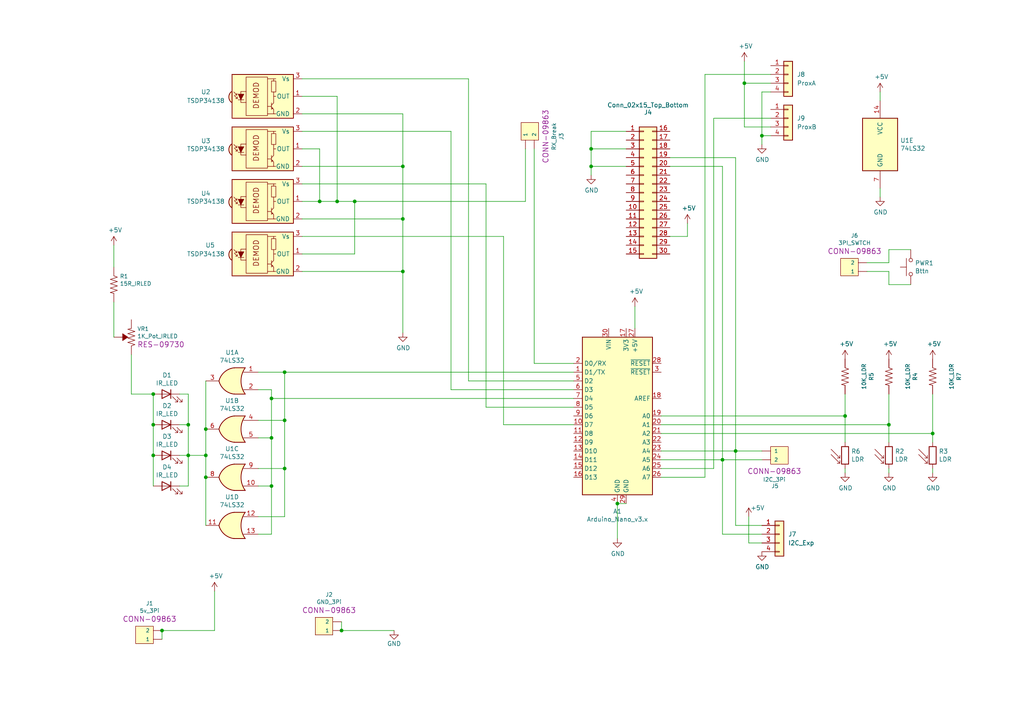
<source format=kicad_sch>
(kicad_sch (version 20231120) (generator "eeschema") (generator_version "8.0")
  (paper "A4")
  (lib_symbols
    (symbol "74xx:74LS32" (pin_names (offset 1.016))
      (property "Reference" "U" (at 0 1.27 0))
      (property "Value" "74LS32" (at 0 -1.27 0))
      (symbol "74LS32_1_1"
        (arc (start -3.81 -3.81) (mid -2.589 0) (end -3.81 3.81) (stroke (width 0.254)))
        (arc (start -0.6096 -3.81) (mid 2.1842 -2.5851) (end 3.81 0) (stroke (width 0.254)) (fill (type background)))
        (polyline (pts (xy -3.81 -3.81) (xy -0.635 -3.81)) (stroke (width 0.254)) (fill (type background)))
        (polyline (pts (xy -3.81 3.81) (xy -0.635 3.81)) (stroke (width 0.254)) (fill (type background)))
        (polyline (pts (xy -0.635 3.81) (xy -3.81 3.81) (xy -3.81 3.81) (xy -3.556 3.4036) (xy -3.0226 2.2606) (xy -2.6924 1.0414) (xy -2.6162 -0.254) (xy -2.7686 -1.4986) (xy -3.175 -2.7178) (xy -3.81 -3.81) (xy -3.81 -3.81) (xy -0.635 -3.81)) (stroke (width -25.4)) (fill (type background)))
        (arc (start 3.81 0) (mid 2.1915 2.5936) (end -0.6096 3.81) (stroke (width 0.254)) (fill (type background)))
        (pin input line (at -7.62 2.54 0) (length 4.318) (name "~") (number "1"))
        (pin input line (at -7.62 -2.54 0) (length 4.318) (name "~") (number "2"))
        (pin output line (at 7.62 0 180) (length 3.81) (name "~") (number "3"))
      )
      (symbol "74LS32_1_2"
        (arc (start 0 -3.81) (mid 3.7934 0) (end 0 3.81) (stroke (width 0.254)) (fill (type background)))
        (polyline (pts (xy 0 3.81) (xy -3.81 3.81) (xy -3.81 -3.81) (xy 0 -3.81)) (stroke (width 0.254)) (fill (type background)))
        (pin input inverted (at -7.62 2.54 0) (length 3.81) (name "~") (number "1"))
        (pin input inverted (at -7.62 -2.54 0) (length 3.81) (name "~") (number "2"))
        (pin output inverted (at 7.62 0 180) (length 3.81) (name "~") (number "3"))
      )
      (symbol "74LS32_2_1"
        (arc (start -3.81 -3.81) (mid -2.589 0) (end -3.81 3.81) (stroke (width 0.254)))
        (arc (start -0.6096 -3.81) (mid 2.1842 -2.5851) (end 3.81 0) (stroke (width 0.254)) (fill (type background)))
        (polyline (pts (xy -3.81 -3.81) (xy -0.635 -3.81)) (stroke (width 0.254)) (fill (type background)))
        (polyline (pts (xy -3.81 3.81) (xy -0.635 3.81)) (stroke (width 0.254)) (fill (type background)))
        (polyline (pts (xy -0.635 3.81) (xy -3.81 3.81) (xy -3.81 3.81) (xy -3.556 3.4036) (xy -3.0226 2.2606) (xy -2.6924 1.0414) (xy -2.6162 -0.254) (xy -2.7686 -1.4986) (xy -3.175 -2.7178) (xy -3.81 -3.81) (xy -3.81 -3.81) (xy -0.635 -3.81)) (stroke (width -25.4)) (fill (type background)))
        (arc (start 3.81 0) (mid 2.1915 2.5936) (end -0.6096 3.81) (stroke (width 0.254)) (fill (type background)))
        (pin input line (at -7.62 2.54 0) (length 4.318) (name "~") (number "4"))
        (pin input line (at -7.62 -2.54 0) (length 4.318) (name "~") (number "5"))
        (pin output line (at 7.62 0 180) (length 3.81) (name "~") (number "6"))
      )
      (symbol "74LS32_2_2"
        (arc (start 0 -3.81) (mid 3.7934 0) (end 0 3.81) (stroke (width 0.254)) (fill (type background)))
        (polyline (pts (xy 0 3.81) (xy -3.81 3.81) (xy -3.81 -3.81) (xy 0 -3.81)) (stroke (width 0.254)) (fill (type background)))
        (pin input inverted (at -7.62 2.54 0) (length 3.81) (name "~") (number "4"))
        (pin input inverted (at -7.62 -2.54 0) (length 3.81) (name "~") (number "5"))
        (pin output inverted (at 7.62 0 180) (length 3.81) (name "~") (number "6"))
      )
      (symbol "74LS32_3_1"
        (arc (start -3.81 -3.81) (mid -2.589 0) (end -3.81 3.81) (stroke (width 0.254)))
        (arc (start -0.6096 -3.81) (mid 2.1842 -2.5851) (end 3.81 0) (stroke (width 0.254)) (fill (type background)))
        (polyline (pts (xy -3.81 -3.81) (xy -0.635 -3.81)) (stroke (width 0.254)) (fill (type background)))
        (polyline (pts (xy -3.81 3.81) (xy -0.635 3.81)) (stroke (width 0.254)) (fill (type background)))
        (polyline (pts (xy -0.635 3.81) (xy -3.81 3.81) (xy -3.81 3.81) (xy -3.556 3.4036) (xy -3.0226 2.2606) (xy -2.6924 1.0414) (xy -2.6162 -0.254) (xy -2.7686 -1.4986) (xy -3.175 -2.7178) (xy -3.81 -3.81) (xy -3.81 -3.81) (xy -0.635 -3.81)) (stroke (width -25.4)) (fill (type background)))
        (arc (start 3.81 0) (mid 2.1915 2.5936) (end -0.6096 3.81) (stroke (width 0.254)) (fill (type background)))
        (pin input line (at -7.62 -2.54 0) (length 4.318) (name "~") (number "10"))
        (pin output line (at 7.62 0 180) (length 3.81) (name "~") (number "8"))
        (pin input line (at -7.62 2.54 0) (length 4.318) (name "~") (number "9"))
      )
      (symbol "74LS32_3_2"
        (arc (start 0 -3.81) (mid 3.7934 0) (end 0 3.81) (stroke (width 0.254)) (fill (type background)))
        (polyline (pts (xy 0 3.81) (xy -3.81 3.81) (xy -3.81 -3.81) (xy 0 -3.81)) (stroke (width 0.254)) (fill (type background)))
        (pin input inverted (at -7.62 -2.54 0) (length 3.81) (name "~") (number "10"))
        (pin output inverted (at 7.62 0 180) (length 3.81) (name "~") (number "8"))
        (pin input inverted (at -7.62 2.54 0) (length 3.81) (name "~") (number "9"))
      )
      (symbol "74LS32_4_1"
        (arc (start -3.81 -3.81) (mid -2.589 0) (end -3.81 3.81) (stroke (width 0.254)))
        (arc (start -0.6096 -3.81) (mid 2.1842 -2.5851) (end 3.81 0) (stroke (width 0.254)) (fill (type background)))
        (polyline (pts (xy -3.81 -3.81) (xy -0.635 -3.81)) (stroke (width 0.254)) (fill (type background)))
        (polyline (pts (xy -3.81 3.81) (xy -0.635 3.81)) (stroke (width 0.254)) (fill (type background)))
        (polyline (pts (xy -0.635 3.81) (xy -3.81 3.81) (xy -3.81 3.81) (xy -3.556 3.4036) (xy -3.0226 2.2606) (xy -2.6924 1.0414) (xy -2.6162 -0.254) (xy -2.7686 -1.4986) (xy -3.175 -2.7178) (xy -3.81 -3.81) (xy -3.81 -3.81) (xy -0.635 -3.81)) (stroke (width -25.4)) (fill (type background)))
        (arc (start 3.81 0) (mid 2.1915 2.5936) (end -0.6096 3.81) (stroke (width 0.254)) (fill (type background)))
        (pin output line (at 7.62 0 180) (length 3.81) (name "~") (number "11"))
        (pin input line (at -7.62 2.54 0) (length 4.318) (name "~") (number "12"))
        (pin input line (at -7.62 -2.54 0) (length 4.318) (name "~") (number "13"))
      )
      (symbol "74LS32_4_2"
        (arc (start 0 -3.81) (mid 3.7934 0) (end 0 3.81) (stroke (width 0.254)) (fill (type background)))
        (polyline (pts (xy 0 3.81) (xy -3.81 3.81) (xy -3.81 -3.81) (xy 0 -3.81)) (stroke (width 0.254)) (fill (type background)))
        (pin output inverted (at 7.62 0 180) (length 3.81) (name "~") (number "11"))
        (pin input inverted (at -7.62 2.54 0) (length 3.81) (name "~") (number "12"))
        (pin input inverted (at -7.62 -2.54 0) (length 3.81) (name "~") (number "13"))
      )
      (symbol "74LS32_5_0"
        (pin power_in line (at 0 12.7 270) (length 5.08) (name "VCC") (number "14"))
        (pin power_in line (at 0 -12.7 90) (length 5.08) (name "GND") (number "7"))
      )
      (symbol "74LS32_5_1"
        (rectangle (start -5.08 7.62) (end 5.08 -7.62) (stroke (width 0.254)) (fill (type background)))
      )
    )
    (symbol "CONN_02JST-PTH-2_1" (pin_numbers hide) (pin_names (offset 1.016))
      (property "Reference" "J" (at -5.08 5.08 0))
      (property "Value" "SparkFun-Connectors_CONN_02JST-PTH-2" (at -5.08 -3.81 0))
      (property "Field4" "CONN-09863" (at 0 8.89 0))
      (symbol "CONN_02JST-PTH-2_1_1_0"
        (rectangle (start 0 -1.27) (end -5.08 3.81) (fill (type background)))
      )
      (symbol "CONN_02JST-PTH-2_1_1_1"
        (pin passive line (at 2.54 0 180) (length 2.54) (name "1") (number "1"))
        (pin passive line (at 2.54 2.54 180) (length 2.54) (name "2") (number "2"))
      )
    )
    (symbol "CONN_02JST-PTH-2_2" (pin_numbers hide) (pin_names (offset 1.016))
      (property "Reference" "J" (at -5.08 5.08 0))
      (property "Value" "SparkFun-Connectors_CONN_02JST-PTH-2" (at -5.08 -3.81 0))
      (property "Field4" "CONN-09863" (at 0 8.89 0))
      (symbol "CONN_02JST-PTH-2_2_1_0"
        (rectangle (start 0 -1.27) (end -5.08 3.81) (fill (type background)))
      )
      (symbol "CONN_02JST-PTH-2_2_1_1"
        (pin passive line (at 2.54 0 180) (length 2.54) (name "1") (number "1"))
        (pin passive line (at 2.54 2.54 180) (length 2.54) (name "2") (number "2"))
      )
    )
    (symbol "CONN_02JST-PTH-2_3" (pin_numbers hide) (pin_names (offset 1.016))
      (property "Reference" "J" (at -5.08 5.08 0))
      (property "Value" "SparkFun-Connectors_CONN_02JST-PTH-2" (at -5.08 -3.81 0))
      (property "Field4" "CONN-09863" (at 0 8.89 0))
      (symbol "CONN_02JST-PTH-2_3_1_0"
        (rectangle (start 0 -1.27) (end -5.08 3.81) (fill (type background)))
      )
      (symbol "CONN_02JST-PTH-2_3_1_1"
        (pin passive line (at 2.54 0 180) (length 2.54) (name "1") (number "1"))
        (pin passive line (at 2.54 2.54 180) (length 2.54) (name "2") (number "2"))
      )
    )
    (symbol "CONN_02JST-PTH-2_4" (pin_numbers hide) (pin_names (offset 1.016))
      (property "Reference" "J" (at -5.08 5.08 0))
      (property "Value" "SparkFun-Connectors_CONN_02JST-PTH-2" (at -5.08 -3.81 0))
      (property "Field4" "CONN-09863" (at 0 8.89 0))
      (symbol "CONN_02JST-PTH-2_4_1_0"
        (rectangle (start 0 -1.27) (end -5.08 3.81) (fill (type background)))
      )
      (symbol "CONN_02JST-PTH-2_4_1_1"
        (pin passive line (at 2.54 0 180) (length 2.54) (name "1") (number "1"))
        (pin passive line (at 2.54 2.54 180) (length 2.54) (name "2") (number "2"))
      )
    )
    (symbol "CONN_02JST-PTH-2_5" (pin_numbers hide) (pin_names (offset 1.016))
      (property "Reference" "J" (at -5.08 5.08 0))
      (property "Value" "SparkFun-Connectors_CONN_02JST-PTH-2" (at -5.08 -3.81 0))
      (property "Field4" "CONN-09863" (at 0 8.89 0))
      (symbol "CONN_02JST-PTH-2_5_1_0"
        (rectangle (start 0 -1.27) (end -5.08 3.81) (fill (type background)))
      )
      (symbol "CONN_02JST-PTH-2_5_1_1"
        (pin passive line (at 2.54 0 180) (length 2.54) (name "1") (number "1"))
        (pin passive line (at 2.54 2.54 180) (length 2.54) (name "2") (number "2"))
      )
    )
    (symbol "Connector_Generic:Conn_01x04" (pin_names (offset 1.016) hide)
      (property "Reference" "J" (at 0 5.08 0))
      (property "Value" "Conn_01x04" (at 0 -7.62 0))
      (symbol "Conn_01x04_1_1"
        (rectangle (start -1.27 -4.953) (end 0 -5.207) (stroke (width 0.1524)))
        (rectangle (start -1.27 -2.413) (end 0 -2.667) (stroke (width 0.1524)))
        (rectangle (start -1.27 0.127) (end 0 -0.127) (stroke (width 0.1524)))
        (rectangle (start -1.27 2.667) (end 0 2.413) (stroke (width 0.1524)))
        (rectangle (start -1.27 3.81) (end 1.27 -6.35) (stroke (width 0.254)) (fill (type background)))
        (pin passive line (at -5.08 2.54 0) (length 3.81) (name "Pin_1") (number "1"))
        (pin passive line (at -5.08 0 0) (length 3.81) (name "Pin_2") (number "2"))
        (pin passive line (at -5.08 -2.54 0) (length 3.81) (name "Pin_3") (number "3"))
        (pin passive line (at -5.08 -5.08 0) (length 3.81) (name "Pin_4") (number "4"))
      )
    )
    (symbol "Connector_Generic:Conn_02x15_Top_Bottom" (pin_names (offset 1.016) hide)
      (property "Reference" "J" (at 1.27 20.32 0))
      (property "Value" "Conn_02x15_Top_Bottom" (at 1.27 -20.32 0))
      (symbol "Conn_02x15_Top_Bottom_1_1"
        (rectangle (start -1.27 -17.653) (end 0 -17.907) (stroke (width 0.1524)))
        (rectangle (start -1.27 -15.113) (end 0 -15.367) (stroke (width 0.1524)))
        (rectangle (start -1.27 -12.573) (end 0 -12.827) (stroke (width 0.1524)))
        (rectangle (start -1.27 -10.033) (end 0 -10.287) (stroke (width 0.1524)))
        (rectangle (start -1.27 -7.493) (end 0 -7.747) (stroke (width 0.1524)))
        (rectangle (start -1.27 -4.953) (end 0 -5.207) (stroke (width 0.1524)))
        (rectangle (start -1.27 -2.413) (end 0 -2.667) (stroke (width 0.1524)))
        (rectangle (start -1.27 0.127) (end 0 -0.127) (stroke (width 0.1524)))
        (rectangle (start -1.27 2.667) (end 0 2.413) (stroke (width 0.1524)))
        (rectangle (start -1.27 5.207) (end 0 4.953) (stroke (width 0.1524)))
        (rectangle (start -1.27 7.747) (end 0 7.493) (stroke (width 0.1524)))
        (rectangle (start -1.27 10.287) (end 0 10.033) (stroke (width 0.1524)))
        (rectangle (start -1.27 12.827) (end 0 12.573) (stroke (width 0.1524)))
        (rectangle (start -1.27 15.367) (end 0 15.113) (stroke (width 0.1524)))
        (rectangle (start -1.27 17.907) (end 0 17.653) (stroke (width 0.1524)))
        (rectangle (start -1.27 19.05) (end 3.81 -19.05) (stroke (width 0.254)) (fill (type background)))
        (rectangle (start 3.81 -17.653) (end 2.54 -17.907) (stroke (width 0.1524)))
        (rectangle (start 3.81 -15.113) (end 2.54 -15.367) (stroke (width 0.1524)))
        (rectangle (start 3.81 -12.573) (end 2.54 -12.827) (stroke (width 0.1524)))
        (rectangle (start 3.81 -10.033) (end 2.54 -10.287) (stroke (width 0.1524)))
        (rectangle (start 3.81 -7.493) (end 2.54 -7.747) (stroke (width 0.1524)))
        (rectangle (start 3.81 -4.953) (end 2.54 -5.207) (stroke (width 0.1524)))
        (rectangle (start 3.81 -2.413) (end 2.54 -2.667) (stroke (width 0.1524)))
        (rectangle (start 3.81 0.127) (end 2.54 -0.127) (stroke (width 0.1524)))
        (rectangle (start 3.81 2.667) (end 2.54 2.413) (stroke (width 0.1524)))
        (rectangle (start 3.81 5.207) (end 2.54 4.953) (stroke (width 0.1524)))
        (rectangle (start 3.81 7.747) (end 2.54 7.493) (stroke (width 0.1524)))
        (rectangle (start 3.81 10.287) (end 2.54 10.033) (stroke (width 0.1524)))
        (rectangle (start 3.81 12.827) (end 2.54 12.573) (stroke (width 0.1524)))
        (rectangle (start 3.81 15.367) (end 2.54 15.113) (stroke (width 0.1524)))
        (rectangle (start 3.81 17.907) (end 2.54 17.653) (stroke (width 0.1524)))
        (pin passive line (at -5.08 17.78 0) (length 3.81) (name "Pin_1") (number "1"))
        (pin passive line (at -5.08 -5.08 0) (length 3.81) (name "Pin_10") (number "10"))
        (pin passive line (at -5.08 -7.62 0) (length 3.81) (name "Pin_11") (number "11"))
        (pin passive line (at -5.08 -10.16 0) (length 3.81) (name "Pin_12") (number "12"))
        (pin passive line (at -5.08 -12.7 0) (length 3.81) (name "Pin_13") (number "13"))
        (pin passive line (at -5.08 -15.24 0) (length 3.81) (name "Pin_14") (number "14"))
        (pin passive line (at -5.08 -17.78 0) (length 3.81) (name "Pin_15") (number "15"))
        (pin passive line (at 7.62 17.78 180) (length 3.81) (name "Pin_16") (number "16"))
        (pin passive line (at 7.62 15.24 180) (length 3.81) (name "Pin_17") (number "17"))
        (pin passive line (at 7.62 12.7 180) (length 3.81) (name "Pin_18") (number "18"))
        (pin passive line (at 7.62 10.16 180) (length 3.81) (name "Pin_19") (number "19"))
        (pin passive line (at -5.08 15.24 0) (length 3.81) (name "Pin_2") (number "2"))
        (pin passive line (at 7.62 7.62 180) (length 3.81) (name "Pin_20") (number "20"))
        (pin passive line (at 7.62 5.08 180) (length 3.81) (name "Pin_21") (number "21"))
        (pin passive line (at 7.62 2.54 180) (length 3.81) (name "Pin_22") (number "22"))
        (pin passive line (at 7.62 0 180) (length 3.81) (name "Pin_23") (number "23"))
        (pin passive line (at 7.62 -2.54 180) (length 3.81) (name "Pin_24") (number "24"))
        (pin passive line (at 7.62 -5.08 180) (length 3.81) (name "Pin_25") (number "25"))
        (pin passive line (at 7.62 -7.62 180) (length 3.81) (name "Pin_26") (number "26"))
        (pin passive line (at 7.62 -10.16 180) (length 3.81) (name "Pin_27") (number "27"))
        (pin passive line (at 7.62 -12.7 180) (length 3.81) (name "Pin_28") (number "28"))
        (pin passive line (at 7.62 -15.24 180) (length 3.81) (name "Pin_29") (number "29"))
        (pin passive line (at -5.08 12.7 0) (length 3.81) (name "Pin_3") (number "3"))
        (pin passive line (at 7.62 -17.78 180) (length 3.81) (name "Pin_30") (number "30"))
        (pin passive line (at -5.08 10.16 0) (length 3.81) (name "Pin_4") (number "4"))
        (pin passive line (at -5.08 7.62 0) (length 3.81) (name "Pin_5") (number "5"))
        (pin passive line (at -5.08 5.08 0) (length 3.81) (name "Pin_6") (number "6"))
        (pin passive line (at -5.08 2.54 0) (length 3.81) (name "Pin_7") (number "7"))
        (pin passive line (at -5.08 0 0) (length 3.81) (name "Pin_8") (number "8"))
        (pin passive line (at -5.08 -2.54 0) (length 3.81) (name "Pin_9") (number "9"))
      )
    )
    (symbol "Device:LED" (pin_numbers hide) (pin_names (offset 1.016) hide)
      (property "Reference" "D" (at 0 2.54 0))
      (property "Value" "LED" (at 0 -2.54 0))
      (symbol "LED_0_1"
        (polyline (pts (xy -1.27 -1.27) (xy -1.27 1.27)) (stroke (width 0.254)))
        (polyline (pts (xy -1.27 0) (xy 1.27 0)))
        (polyline (pts (xy 1.27 -1.27) (xy 1.27 1.27) (xy -1.27 0) (xy 1.27 -1.27)) (stroke (width 0.254)))
        (polyline (pts (xy -3.048 -0.762) (xy -4.572 -2.286) (xy -3.81 -2.286) (xy -4.572 -2.286) (xy -4.572 -1.524)))
        (polyline (pts (xy -1.778 -0.762) (xy -3.302 -2.286) (xy -2.54 -2.286) (xy -3.302 -2.286) (xy -3.302 -1.524)))
      )
      (symbol "LED_1_1"
        (pin passive line (at -3.81 0 0) (length 2.54) (name "K") (number "1"))
        (pin passive line (at 3.81 0 180) (length 2.54) (name "A") (number "2"))
      )
    )
    (symbol "Device:R_PHOTO" (pin_numbers hide) (pin_names (offset 0))
      (property "Reference" "R" (at 1.27 1.27 0))
      (property "Value" "Device_R_PHOTO" (at 1.27 0 0))
      (symbol "R_PHOTO_0_1"
        (rectangle (start -1.016 2.54) (end 1.016 -2.54) (stroke (width 0.254)))
        (polyline (pts (xy -1.524 -2.286) (xy -4.064 0.254)))
        (polyline (pts (xy -1.524 -2.286) (xy -2.286 -2.286)))
        (polyline (pts (xy -1.524 -2.286) (xy -1.524 -1.524)))
        (polyline (pts (xy -1.524 -0.762) (xy -4.064 1.778)))
        (polyline (pts (xy -1.524 -0.762) (xy -2.286 -0.762)))
        (polyline (pts (xy -1.524 -0.762) (xy -1.524 0)))
      )
      (symbol "R_PHOTO_1_1"
        (pin passive line (at 0 3.81 270) (length 1.27) (name "~") (number "1"))
        (pin passive line (at 0 -3.81 90) (length 1.27) (name "~") (number "2"))
      )
    )
    (symbol "Interface_Optical:TSOP34S40F" (pin_names (offset 1.016))
      (property "Reference" "U" (at -10.16 7.62 0))
      (property "Value" "TSOP34S40F" (at -10.16 -7.62 0))
      (symbol "TSOP34S40F_0_0"
        (arc (start -10.287 1.397) (mid -11.0899 -0.1852) (end -10.287 -1.778) (stroke (width 0.254)) (fill (type background)))
        (polyline (pts (xy 1.905 -5.08) (xy 0.127 -5.08)))
        (polyline (pts (xy 1.905 5.08) (xy 0.127 5.08)))
        (text "DEMOD" (at -3.175 0.254 900) (effects (font (size 1.524 1.524))))
      )
      (symbol "TSOP34S40F_0_1"
        (rectangle (start -6.096 5.588) (end 0.127 -5.588))
        (polyline (pts (xy -8.763 0.381) (xy -9.652 1.27)))
        (polyline (pts (xy -8.763 0.381) (xy -9.271 0.381)))
        (polyline (pts (xy -8.763 0.381) (xy -8.763 0.889)))
        (polyline (pts (xy -8.636 -0.635) (xy -9.525 0.254)))
        (polyline (pts (xy -8.636 -0.635) (xy -9.144 -0.635)))
        (polyline (pts (xy -8.636 -0.635) (xy -8.636 -0.127)))
        (polyline (pts (xy -8.382 -1.016) (xy -6.731 -1.016)))
        (polyline (pts (xy 1.27 -2.921) (xy 0.127 -2.921)))
        (polyline (pts (xy 1.27 -1.905) (xy 1.27 -3.81)))
        (polyline (pts (xy 1.397 -3.556) (xy 1.524 -3.556)))
        (polyline (pts (xy 1.651 -3.556) (xy 1.524 -3.556)))
        (polyline (pts (xy 1.651 -3.556) (xy 1.651 -3.302)))
        (polyline (pts (xy 1.905 0) (xy 1.905 1.27)))
        (polyline (pts (xy 1.905 4.445) (xy 1.905 5.08) (xy 2.54 5.08)))
        (polyline (pts (xy -8.382 0.635) (xy -6.731 0.635) (xy -7.62 -1.016) (xy -8.382 0.635)) (fill (type outline)))
        (polyline (pts (xy -6.096 1.397) (xy -7.62 1.397) (xy -7.62 -1.778) (xy -6.096 -1.778)))
        (polyline (pts (xy 1.27 -3.175) (xy 1.905 -3.81) (xy 1.905 -5.08) (xy 2.54 -5.08)))
        (polyline (pts (xy 1.27 -2.54) (xy 1.905 -1.905) (xy 1.905 0) (xy 2.54 0)))
        (rectangle (start 2.54 1.27) (end 1.27 4.445))
        (rectangle (start 7.62 6.35) (end -10.16 -6.35) (stroke (width 0.254)) (fill (type background)))
      )
      (symbol "TSOP34S40F_1_1"
        (pin output line (at 10.16 0 180) (length 2.54) (name "OUT") (number "1"))
        (pin power_in line (at 10.16 -5.08 180) (length 2.54) (name "GND") (number "2"))
        (pin power_in line (at 10.16 5.08 180) (length 2.54) (name "Vs") (number "3"))
      )
    )
    (symbol "MCU_Module:Arduino_Nano_v3.x"
      (property "Reference" "A" (at -10.16 23.495 0))
      (property "Value" "Arduino_Nano_v3.x" (at 5.08 -24.13 0))
      (symbol "Arduino_Nano_v3.x_0_1"
        (rectangle (start -10.16 22.86) (end 10.16 -22.86) (stroke (width 0.254)) (fill (type background)))
      )
      (symbol "Arduino_Nano_v3.x_1_1"
        (pin bidirectional line (at -12.7 12.7 0) (length 2.54) (name "D1/TX") (number "1"))
        (pin bidirectional line (at -12.7 -2.54 0) (length 2.54) (name "D7") (number "10"))
        (pin bidirectional line (at -12.7 -5.08 0) (length 2.54) (name "D8") (number "11"))
        (pin bidirectional line (at -12.7 -7.62 0) (length 2.54) (name "D9") (number "12"))
        (pin bidirectional line (at -12.7 -10.16 0) (length 2.54) (name "D10") (number "13"))
        (pin bidirectional line (at -12.7 -12.7 0) (length 2.54) (name "D11") (number "14"))
        (pin bidirectional line (at -12.7 -15.24 0) (length 2.54) (name "D12") (number "15"))
        (pin bidirectional line (at -12.7 -17.78 0) (length 2.54) (name "D13") (number "16"))
        (pin power_out line (at 2.54 25.4 270) (length 2.54) (name "3V3") (number "17"))
        (pin input line (at 12.7 5.08 180) (length 2.54) (name "AREF") (number "18"))
        (pin bidirectional line (at 12.7 0 180) (length 2.54) (name "A0") (number "19"))
        (pin bidirectional line (at -12.7 15.24 0) (length 2.54) (name "D0/RX") (number "2"))
        (pin bidirectional line (at 12.7 -2.54 180) (length 2.54) (name "A1") (number "20"))
        (pin bidirectional line (at 12.7 -5.08 180) (length 2.54) (name "A2") (number "21"))
        (pin bidirectional line (at 12.7 -7.62 180) (length 2.54) (name "A3") (number "22"))
        (pin bidirectional line (at 12.7 -10.16 180) (length 2.54) (name "A4") (number "23"))
        (pin bidirectional line (at 12.7 -12.7 180) (length 2.54) (name "A5") (number "24"))
        (pin bidirectional line (at 12.7 -15.24 180) (length 2.54) (name "A6") (number "25"))
        (pin bidirectional line (at 12.7 -17.78 180) (length 2.54) (name "A7") (number "26"))
        (pin power_out line (at 5.08 25.4 270) (length 2.54) (name "+5V") (number "27"))
        (pin input line (at 12.7 15.24 180) (length 2.54) (name "~{RESET}") (number "28"))
        (pin power_in line (at 2.54 -25.4 90) (length 2.54) (name "GND") (number "29"))
        (pin input line (at 12.7 12.7 180) (length 2.54) (name "~{RESET}") (number "3"))
        (pin power_in line (at -2.54 25.4 270) (length 2.54) (name "VIN") (number "30"))
        (pin power_in line (at 0 -25.4 90) (length 2.54) (name "GND") (number "4"))
        (pin bidirectional line (at -12.7 10.16 0) (length 2.54) (name "D2") (number "5"))
        (pin bidirectional line (at -12.7 7.62 0) (length 2.54) (name "D3") (number "6"))
        (pin bidirectional line (at -12.7 5.08 0) (length 2.54) (name "D4") (number "7"))
        (pin bidirectional line (at -12.7 2.54 0) (length 2.54) (name "D5") (number "8"))
        (pin bidirectional line (at -12.7 0 0) (length 2.54) (name "D6") (number "9"))
      )
    )
    (symbol "RESISTOR0402_1" (pin_numbers hide) (pin_names (offset 1.016) hide)
      (property "Reference" "R" (at -5.08 1.27 0))
      (property "Value" "SparkFun-Resistors_RESISTOR0402" (at -5.08 -3.81 0))
      (property "Field4" " " (at 0 5.08 0))
      (symbol "RESISTOR0402_1_1_0"
        (polyline (pts (xy -2.54 0) (xy -2.159 1.016)))
        (polyline (pts (xy -2.159 1.016) (xy -1.524 -1.016)))
        (polyline (pts (xy -1.524 -1.016) (xy -0.889 1.016)))
        (polyline (pts (xy -0.889 1.016) (xy -0.254 -1.016)))
        (polyline (pts (xy -0.254 -1.016) (xy 0.381 1.016)))
        (polyline (pts (xy 0.381 1.016) (xy 1.016 -1.016)))
        (polyline (pts (xy 1.016 -1.016) (xy 1.651 1.016)))
        (polyline (pts (xy 1.651 1.016) (xy 2.286 -1.016)))
        (polyline (pts (xy 2.286 -1.016) (xy 2.54 0)))
      )
      (symbol "RESISTOR0402_1_1_1"
        (pin passive line (at -5.08 0 0) (length 2.54) (name "1") (number "1"))
        (pin passive line (at 5.08 0 180) (length 2.54) (name "2") (number "2"))
      )
    )
    (symbol "RESISTOR0402_2" (pin_numbers hide) (pin_names (offset 1.016) hide)
      (property "Reference" "R" (at -5.08 1.27 0))
      (property "Value" "SparkFun-Resistors_RESISTOR0402" (at -5.08 -3.81 0))
      (property "Field4" " " (at 0 5.08 0))
      (symbol "RESISTOR0402_2_1_0"
        (polyline (pts (xy -2.54 0) (xy -2.159 1.016)))
        (polyline (pts (xy -2.159 1.016) (xy -1.524 -1.016)))
        (polyline (pts (xy -1.524 -1.016) (xy -0.889 1.016)))
        (polyline (pts (xy -0.889 1.016) (xy -0.254 -1.016)))
        (polyline (pts (xy -0.254 -1.016) (xy 0.381 1.016)))
        (polyline (pts (xy 0.381 1.016) (xy 1.016 -1.016)))
        (polyline (pts (xy 1.016 -1.016) (xy 1.651 1.016)))
        (polyline (pts (xy 1.651 1.016) (xy 2.286 -1.016)))
        (polyline (pts (xy 2.286 -1.016) (xy 2.54 0)))
      )
      (symbol "RESISTOR0402_2_1_1"
        (pin passive line (at -5.08 0 0) (length 2.54) (name "1") (number "1"))
        (pin passive line (at 5.08 0 180) (length 2.54) (name "2") (number "2"))
      )
    )
    (symbol "SparkFun-Connectors:CONN_02JST-PTH-2" (pin_numbers hide) (pin_names (offset 1.016))
      (property "Reference" "J" (at -5.08 5.08 0))
      (property "Value" "SparkFun-Connectors_CONN_02JST-PTH-2" (at -5.08 -3.81 0))
      (property "Field4" "CONN-09863" (at 0 8.89 0))
      (symbol "CONN_02JST-PTH-2_1_0"
        (rectangle (start 0 -1.27) (end -5.08 3.81) (fill (type background)))
      )
      (symbol "CONN_02JST-PTH-2_1_1"
        (pin passive line (at 2.54 0 180) (length 2.54) (name "1") (number "1"))
        (pin passive line (at 2.54 2.54 180) (length 2.54) (name "2") (number "2"))
      )
    )
    (symbol "SparkFun-LED:LED-RGB-CCCLEAR" (pin_names (offset 1.016) hide)
      (property "Reference" "D" (at -7.62 6.35 0))
      (property "Value" "SparkFun-LED_LED-RGB-CCCLEAR" (at -7.62 -7.62 0))
      (property "Field4" "DIO-08418" (at 0 10.16 0))
      (symbol "LED-RGB-CCCLEAR_1_0"
        (polyline (pts (xy 1.27 0) (xy 0 0)))
        (polyline (pts (xy 2.54 0) (xy 2.54 -1.27)))
        (polyline (pts (xy 2.54 0) (xy 3.81 0)))
        (polyline (pts (xy 2.54 1.27) (xy 2.54 0)))
      )
      (symbol "LED-RGB-CCCLEAR_1_1"
        (polyline (pts (xy 1.27 1.27) (xy 1.27 0) (xy 1.27 -1.27) (xy 2.54 0) (xy 1.27 1.27)) (fill (type background)))
        (polyline (pts (xy 10.16 5.08) (xy 10.16 -5.08) (xy -7.62 -5.08) (xy -7.62 5.08) (xy 10.16 5.08)) (fill (type background)))
        (pin bidirectional line (at -10.16 2.54 0) (length 2.54) (name "RED") (number "1"))
        (pin bidirectional line (at 12.7 0 180) (length 2.54) (name "C") (number "2"))
        (pin bidirectional line (at -10.16 -2.54 0) (length 2.54) (name "GRN") (number "3"))
        (pin bidirectional line (at -10.16 0 0) (length 2.54) (name "BLU") (number "4"))
      )
    )
    (symbol "SparkFun-Resistors:RESISTOR0402" (pin_numbers hide) (pin_names (offset 1.016) hide)
      (property "Reference" "R" (at -5.08 1.27 0))
      (property "Value" "SparkFun-Resistors_RESISTOR0402" (at -5.08 -3.81 0))
      (property "Field4" " " (at 0 5.08 0))
      (symbol "RESISTOR0402_1_0"
        (polyline (pts (xy -2.54 0) (xy -2.159 1.016)))
        (polyline (pts (xy -2.159 1.016) (xy -1.524 -1.016)))
        (polyline (pts (xy -1.524 -1.016) (xy -0.889 1.016)))
        (polyline (pts (xy -0.889 1.016) (xy -0.254 -1.016)))
        (polyline (pts (xy -0.254 -1.016) (xy 0.381 1.016)))
        (polyline (pts (xy 0.381 1.016) (xy 1.016 -1.016)))
        (polyline (pts (xy 1.016 -1.016) (xy 1.651 1.016)))
        (polyline (pts (xy 1.651 1.016) (xy 2.286 -1.016)))
        (polyline (pts (xy 2.286 -1.016) (xy 2.54 0)))
      )
      (symbol "RESISTOR0402_1_1"
        (pin passive line (at -5.08 0 0) (length 2.54) (name "1") (number "1"))
        (pin passive line (at 5.08 0 180) (length 2.54) (name "2") (number "2"))
      )
    )
    (symbol "SparkFun-Resistors:TRIMPOT-PTH-10MM-KNOB-1_2W-10%" (pin_numbers hide) (pin_names (offset 1.016) hide)
      (property "Reference" "VR" (at -1.27 -5.08 90))
      (property "Value" "SparkFun-Resistors_TRIMPOT-PTH-10MM-KNOB-1_2W-10%" (at 5.08 1.27 90))
      (property "Field4" "RES-09730" (at -5.08 0 90))
      (symbol "TRIMPOT-PTH-10MM-KNOB-1_2W-10%_1_0"
        (polyline (pts (xy -1.016 -2.159) (xy 1.016 -1.524)))
        (polyline (pts (xy -1.016 -0.889) (xy 1.016 -0.254)))
        (polyline (pts (xy -1.016 0.381) (xy 1.016 1.016)))
        (polyline (pts (xy -1.016 1.651) (xy 1.016 2.286)))
        (polyline (pts (xy 0 -2.54) (xy -1.016 -2.159)))
        (polyline (pts (xy 1.016 -1.524) (xy -1.016 -0.889)))
        (polyline (pts (xy 1.016 -0.254) (xy -1.016 0.381)))
        (polyline (pts (xy 1.016 1.016) (xy -1.016 1.651)))
        (polyline (pts (xy 1.016 2.286) (xy 0 2.54)))
      )
      (symbol "TRIMPOT-PTH-10MM-KNOB-1_2W-10%_1_1"
        (polyline (pts (xy 1.016 0) (xy 2.54 -1.016) (xy 2.54 -1.016) (xy 2.54 1.016) (xy 2.54 1.016) (xy 1.016 0)) (fill (type outline)))
        (pin passive line (at 0 5.08 270) (length 2.54) (name "CCW") (number "1"))
        (pin passive line (at 5.08 0 180) (length 2.54) (name "WIPER") (number "2"))
        (pin passive line (at 0 -5.08 90) (length 2.54) (name "CW") (number "3"))
      )
    )
    (symbol "Switch:SW_Push" (pin_numbers hide) (pin_names (offset 1.016) hide)
      (property "Reference" "SW" (at 1.27 2.54 0))
      (property "Value" "SW_Push" (at 0 -1.524 0))
      (symbol "SW_Push_0_1"
        (circle (center -2.032 0) (radius 0.508))
        (polyline (pts (xy 0 1.27) (xy 0 3.048)))
        (polyline (pts (xy 2.54 1.27) (xy -2.54 1.27)))
        (circle (center 2.032 0) (radius 0.508))
        (pin passive line (at -5.08 0 0) (length 2.54) (name "1") (number "1"))
        (pin passive line (at 5.08 0 180) (length 2.54) (name "2") (number "2"))
      )
    )
    (symbol "TRIMPOT-PTH-10MM-KNOB-1_2W-10%_1" (pin_numbers hide) (pin_names (offset 1.016) hide)
      (property "Reference" "VR" (at -1.27 -5.08 90))
      (property "Value" "SparkFun-Resistors_TRIMPOT-PTH-10MM-KNOB-1_2W-10%" (at 5.08 1.27 90))
      (property "Field4" "RES-09730" (at -5.08 0 90))
      (symbol "TRIMPOT-PTH-10MM-KNOB-1_2W-10%_1_1_0"
        (polyline (pts (xy -1.016 -2.159) (xy 1.016 -1.524)))
        (polyline (pts (xy -1.016 -0.889) (xy 1.016 -0.254)))
        (polyline (pts (xy -1.016 0.381) (xy 1.016 1.016)))
        (polyline (pts (xy -1.016 1.651) (xy 1.016 2.286)))
        (polyline (pts (xy 0 -2.54) (xy -1.016 -2.159)))
        (polyline (pts (xy 1.016 -1.524) (xy -1.016 -0.889)))
        (polyline (pts (xy 1.016 -0.254) (xy -1.016 0.381)))
        (polyline (pts (xy 1.016 1.016) (xy -1.016 1.651)))
        (polyline (pts (xy 1.016 2.286) (xy 0 2.54)))
      )
      (symbol "TRIMPOT-PTH-10MM-KNOB-1_2W-10%_1_1_1"
        (polyline (pts (xy 1.016 0) (xy 2.54 -1.016) (xy 2.54 -1.016) (xy 2.54 1.016) (xy 2.54 1.016) (xy 1.016 0)) (fill (type outline)))
        (pin passive line (at 0 5.08 270) (length 2.54) (name "CCW") (number "1"))
        (pin passive line (at 5.08 0 180) (length 2.54) (name "WIPER") (number "2"))
        (pin passive line (at 0 -5.08 90) (length 2.54) (name "CW") (number "3"))
      )
    )
    (symbol "power:+5V" (power) (pin_names (offset 0))
      (property "Value" "+5V" (at 0 3.556 0))
      (symbol "+5V_0_1"
        (polyline (pts (xy -0.762 1.27) (xy 0 2.54)))
        (polyline (pts (xy 0 0) (xy 0 2.54)))
        (polyline (pts (xy 0 2.54) (xy 0.762 1.27)))
      )
      (symbol "+5V_1_1"
        (pin power_in line (at 0 0 90) (length 0) hide (name "+5V") (number "1"))
      )
    )
    (symbol "power:GND" (power) (pin_names (offset 0))
      (property "Value" "GND" (at 0 -3.81 0))
      (symbol "GND_0_1"
        (polyline (pts (xy 0 0) (xy 0 -1.27) (xy 1.27 -1.27) (xy 0 -2.54) (xy -1.27 -1.27) (xy 0 -1.27)))
      )
      (symbol "GND_1_1"
        (pin power_in line (at 0 0 270) (length 0) hide (name "GND") (number "1"))
      )
    )
  )
  (junction (at 59.69 132.08))
  (junction (at 54.61 123.19))
  (junction (at 59.69 124.46))
  (junction (at 78.74 127))
  (junction (at 97.79 58.42))
  (junction (at 171.45 48.26))
  (junction (at 46.99 182.88))
  (junction (at 82.55 107.95))
  (junction (at 44.45 114.3))
  (junction (at 44.45 132.08))
  (junction (at 209.55 133.35))
  (junction (at 257.81 123.19))
  (junction (at 102.87 58.42))
  (junction (at 54.61 132.08))
  (junction (at 44.45 123.19))
  (junction (at 270.51 125.73))
  (junction (at 116.84 48.26))
  (junction (at 171.45 43.18))
  (junction (at 82.55 135.89))
  (junction (at 220.98 39.37))
  (junction (at 78.74 115.57))
  (junction (at 92.71 58.42))
  (junction (at 215.9 24.13))
  (junction (at 99.06 182.88))
  (junction (at 82.55 121.92))
  (junction (at 245.11 120.65))
  (junction (at 213.36 130.81))
  (junction (at 59.69 138.43))
  (junction (at 116.84 63.5))
  (junction (at 116.84 78.74))
  (junction (at 179.07 146.05))
  (junction (at 78.74 140.97))
  (wire (pts (xy 59.69 110.49) (xy 59.69 124.46)))
  (wire (pts (xy 52.07 132.08) (xy 54.61 132.08)))
  (wire (pts (xy 223.52 34.29) (xy 207.01 34.29)))
  (wire (pts (xy 130.81 38.1) (xy 130.81 113.03)))
  (wire (pts (xy 184.15 95.25) (xy 184.15 88.9)))
  (wire (pts (xy 82.55 135.89) (xy 74.93 135.89)))
  (wire (pts (xy 87.63 48.26) (xy 116.84 48.26)))
  (wire (pts (xy 217.17 157.48) (xy 217.17 149.86)))
  (wire (pts (xy 270.51 125.73) (xy 270.51 128.27)))
  (wire (pts (xy 87.63 58.42) (xy 92.71 58.42)))
  (wire (pts (xy 191.77 120.65) (xy 245.11 120.65)))
  (wire (pts (xy 220.98 26.67) (xy 220.98 39.37)))
  (wire (pts (xy 82.55 121.92) (xy 74.93 121.92)))
  (wire (pts (xy 166.37 115.57) (xy 78.74 115.57)))
  (wire (pts (xy 257.81 76.2) (xy 251.46 76.2)))
  (wire (pts (xy 223.52 26.67) (xy 220.98 26.67)))
  (wire (pts (xy 54.61 114.3) (xy 54.61 123.19)))
  (wire (pts (xy 87.63 78.74) (xy 116.84 78.74)))
  (wire (pts (xy 209.55 154.94) (xy 209.55 133.35)))
  (wire (pts (xy 209.55 133.35) (xy 220.98 133.35)))
  (wire (pts (xy 154.94 105.41) (xy 166.37 105.41)))
  (wire (pts (xy 171.45 48.26) (xy 181.61 48.26)))
  (wire (pts (xy 82.55 149.86) (xy 74.93 149.86)))
  (wire (pts (xy 207.01 34.29) (xy 207.01 135.89)))
  (wire (pts (xy 116.84 78.74) (xy 116.84 96.52)))
  (wire (pts (xy 220.98 39.37) (xy 223.52 39.37)))
  (wire (pts (xy 140.97 53.34) (xy 140.97 118.11)))
  (wire (pts (xy 245.11 114.3) (xy 245.11 120.65)))
  (wire (pts (xy 59.69 138.43) (xy 59.69 152.4)))
  (wire (pts (xy 54.61 123.19) (xy 54.61 132.08)))
  (wire (pts (xy 255.27 29.21) (xy 255.27 26.67)))
  (wire (pts (xy 44.45 114.3) (xy 44.45 123.19)))
  (wire (pts (xy 44.45 123.19) (xy 44.45 132.08)))
  (wire (pts (xy 223.52 24.13) (xy 215.9 24.13)))
  (wire (pts (xy 102.87 58.42) (xy 152.4 58.42)))
  (wire (pts (xy 257.81 114.3) (xy 257.81 123.19)))
  (wire (pts (xy 99.06 180.34) (xy 99.06 182.88)))
  (wire (pts (xy 255.27 57.15) (xy 255.27 54.61)))
  (wire (pts (xy 52.07 140.97) (xy 54.61 140.97)))
  (wire (pts (xy 220.98 130.81) (xy 213.36 130.81)))
  (wire (pts (xy 74.93 113.03) (xy 78.74 113.03)))
  (wire (pts (xy 181.61 43.18) (xy 171.45 43.18)))
  (wire (pts (xy 74.93 154.94) (xy 78.74 154.94)))
  (wire (pts (xy 171.45 50.8) (xy 171.45 48.26)))
  (wire (pts (xy 257.81 137.16) (xy 257.81 135.89)))
  (wire (pts (xy 116.84 63.5) (xy 87.63 63.5)))
  (wire (pts (xy 33.02 77.47) (xy 33.02 71.12)))
  (wire (pts (xy 264.16 72.39) (xy 257.81 72.39)))
  (wire (pts (xy 213.36 45.72) (xy 213.36 130.81)))
  (wire (pts (xy 78.74 115.57) (xy 78.74 127)))
  (wire (pts (xy 74.93 140.97) (xy 78.74 140.97)))
  (wire (pts (xy 191.77 130.81) (xy 213.36 130.81)))
  (wire (pts (xy 82.55 107.95) (xy 74.93 107.95)))
  (wire (pts (xy 207.01 135.89) (xy 191.77 135.89)))
  (wire (pts (xy 257.81 72.39) (xy 257.81 76.2)))
  (wire (pts (xy 191.77 133.35) (xy 209.55 133.35)))
  (wire (pts (xy 62.23 171.45) (xy 62.23 182.88)))
  (wire (pts (xy 52.07 114.3) (xy 54.61 114.3)))
  (wire (pts (xy 46.99 185.42) (xy 46.99 182.88)))
  (wire (pts (xy 87.63 38.1) (xy 130.81 38.1)))
  (wire (pts (xy 140.97 118.11) (xy 166.37 118.11)))
  (wire (pts (xy 179.07 146.05) (xy 179.07 156.21)))
  (wire (pts (xy 82.55 121.92) (xy 82.55 135.89)))
  (wire (pts (xy 223.52 21.59) (xy 204.47 21.59)))
  (wire (pts (xy 199.39 68.58) (xy 194.31 68.58)))
  (wire (pts (xy 264.16 82.55) (xy 257.81 82.55)))
  (wire (pts (xy 78.74 127) (xy 74.93 127)))
  (wire (pts (xy 215.9 36.83) (xy 215.9 24.13)))
  (wire (pts (xy 59.69 124.46) (xy 59.69 132.08)))
  (wire (pts (xy 213.36 152.4) (xy 220.98 152.4)))
  (wire (pts (xy 191.77 125.73) (xy 270.51 125.73)))
  (wire (pts (xy 114.3 182.88) (xy 99.06 182.88)))
  (wire (pts (xy 213.36 130.81) (xy 213.36 152.4)))
  (wire (pts (xy 204.47 21.59) (xy 204.47 138.43)))
  (wire (pts (xy 181.61 146.05) (xy 179.07 146.05)))
  (wire (pts (xy 146.05 123.19) (xy 166.37 123.19)))
  (wire (pts (xy 245.11 137.16) (xy 245.11 135.89)))
  (wire (pts (xy 78.74 113.03) (xy 78.74 115.57)))
  (wire (pts (xy 171.45 48.26) (xy 171.45 43.18)))
  (wire (pts (xy 87.63 53.34) (xy 140.97 53.34)))
  (wire (pts (xy 171.45 38.1) (xy 171.45 43.18)))
  (wire (pts (xy 223.52 36.83) (xy 215.9 36.83)))
  (wire (pts (xy 87.63 27.94) (xy 97.79 27.94)))
  (wire (pts (xy 102.87 58.42) (xy 97.79 58.42)))
  (wire (pts (xy 78.74 140.97) (xy 78.74 127)))
  (wire (pts (xy 135.89 110.49) (xy 166.37 110.49)))
  (wire (pts (xy 52.07 123.19) (xy 54.61 123.19)))
  (wire (pts (xy 270.51 114.3) (xy 270.51 125.73)))
  (wire (pts (xy 78.74 154.94) (xy 78.74 140.97)))
  (wire (pts (xy 194.31 45.72) (xy 213.36 45.72)))
  (wire (pts (xy 87.63 33.02) (xy 116.84 33.02)))
  (wire (pts (xy 220.98 157.48) (xy 217.17 157.48)))
  (wire (pts (xy 116.84 48.26) (xy 116.84 63.5)))
  (wire (pts (xy 215.9 24.13) (xy 215.9 17.78)))
  (wire (pts (xy 116.84 63.5) (xy 116.84 78.74)))
  (wire (pts (xy 82.55 135.89) (xy 82.55 149.86)))
  (wire (pts (xy 87.63 73.66) (xy 102.87 73.66)))
  (wire (pts (xy 146.05 68.58) (xy 146.05 123.19)))
  (wire (pts (xy 135.89 22.86) (xy 135.89 110.49)))
  (wire (pts (xy 92.71 43.18) (xy 92.71 58.42)))
  (wire (pts (xy 54.61 132.08) (xy 54.61 140.97)))
  (wire (pts (xy 257.81 123.19) (xy 257.81 128.27)))
  (wire (pts (xy 87.63 43.18) (xy 92.71 43.18)))
  (wire (pts (xy 38.1 114.3) (xy 44.45 114.3)))
  (wire (pts (xy 97.79 27.94) (xy 97.79 58.42)))
  (wire (pts (xy 92.71 58.42) (xy 97.79 58.42)))
  (wire (pts (xy 102.87 73.66) (xy 102.87 58.42)))
  (wire (pts (xy 257.81 82.55) (xy 257.81 78.74)))
  (wire (pts (xy 59.69 132.08) (xy 59.69 138.43)))
  (wire (pts (xy 209.55 48.26) (xy 209.55 133.35)))
  (wire (pts (xy 245.11 120.65) (xy 245.11 128.27)))
  (wire (pts (xy 38.1 102.87) (xy 38.1 114.3)))
  (wire (pts (xy 220.98 39.37) (xy 220.98 41.91)))
  (wire (pts (xy 199.39 68.58) (xy 199.39 64.77)))
  (wire (pts (xy 44.45 132.08) (xy 44.45 140.97)))
  (wire (pts (xy 116.84 33.02) (xy 116.84 48.26)))
  (wire (pts (xy 82.55 107.95) (xy 82.55 121.92)))
  (wire (pts (xy 54.61 132.08) (xy 59.69 132.08)))
  (wire (pts (xy 191.77 123.19) (xy 257.81 123.19)))
  (wire (pts (xy 257.81 78.74) (xy 251.46 78.74)))
  (wire (pts (xy 166.37 107.95) (xy 82.55 107.95)))
  (wire (pts (xy 270.51 137.16) (xy 270.51 135.89)))
  (wire (pts (xy 130.81 113.03) (xy 166.37 113.03)))
  (wire (pts (xy 152.4 58.42) (xy 152.4 43.18)))
  (wire (pts (xy 154.94 105.41) (xy 154.94 43.18)))
  (wire (pts (xy 33.02 87.63) (xy 33.02 97.79)))
  (wire (pts (xy 87.63 22.86) (xy 135.89 22.86)))
  (wire (pts (xy 220.98 154.94) (xy 209.55 154.94)))
  (wire (pts (xy 46.99 182.88) (xy 62.23 182.88)))
  (wire (pts (xy 87.63 68.58) (xy 146.05 68.58)))
  (wire (pts (xy 194.31 48.26) (xy 209.55 48.26)))
  (wire (pts (xy 181.61 38.1) (xy 171.45 38.1)))
  (wire (pts (xy 204.47 138.43) (xy 191.77 138.43)))
  (symbol (lib_id "MCU_Module:Arduino_Nano_v3.x") (at 179.07 120.65 0) (unit 1)
    (property "Reference" "A1" (at 179.07 148.3106 0))
    (property "Value" "Arduino_Nano_v3.x" (at 179.07 150.622 0))
    (property "Footprint" "Module:Arduino_Nano" (effects (hide yes)))
    (property "Datasheet" "http://www.mouser.com/pdfdocs/Gravitech_Arduino_Nano3_0.pdf" (effects (hide yes)))
  )
  (symbol (lib_id "74xx:74LS32") (at 67.31 110.49 0) (mirror y) (unit 1)
    (property "Reference" "U1" (at 67.31 102.235 0))
    (property "Value" "74LS32" (at 67.31 104.5464 0))
    (property "Footprint" "Package_DIP:DIP-14_W7.62mm_Socket" (effects (hide yes)))
    (property "Datasheet" "http://www.ti.com/lit/gpn/sn74LS32" (effects (hide yes)))
  )
  (symbol (lib_id "74xx:74LS32") (at 67.31 124.46 0) (mirror y) (unit 2)
    (property "Reference" "U1" (at 67.31 116.205 0))
    (property "Value" "74LS32" (at 67.31 118.5164 0))
    (property "Footprint" "Package_DIP:DIP-14_W7.62mm_Socket" (effects (hide yes)))
    (property "Datasheet" "http://www.ti.com/lit/gpn/sn74LS32" (effects (hide yes)))
  )
  (symbol (lib_id "74xx:74LS32") (at 67.31 138.43 0) (mirror y) (unit 3)
    (property "Reference" "U1" (at 67.31 130.175 0))
    (property "Value" "74LS32" (at 67.31 132.4864 0))
    (property "Footprint" "Package_DIP:DIP-14_W7.62mm_Socket" (effects (hide yes)))
    (property "Datasheet" "http://www.ti.com/lit/gpn/sn74LS32" (effects (hide yes)))
  )
  (symbol (lib_id "74xx:74LS32") (at 67.31 152.4 0) (mirror y) (unit 4)
    (property "Reference" "U1" (at 67.31 144.145 0))
    (property "Value" "74LS32" (at 67.31 146.4564 0))
    (property "Footprint" "Package_DIP:DIP-14_W7.62mm_Socket" (effects (hide yes)))
    (property "Datasheet" "http://www.ti.com/lit/gpn/sn74LS32" (effects (hide yes)))
  )
  (symbol (lib_id "74xx:74LS32") (at 255.27 41.91 0) (unit 5)
    (property "Reference" "U1" (at 261.112 40.7416 0) (effects (justify left)))
    (property "Value" "74LS32" (at 261.112 43.053 0) (effects (justify left)))
    (property "Footprint" "Package_DIP:DIP-14_W7.62mm_Socket" (effects (hide yes)))
    (property "Datasheet" "http://www.ti.com/lit/gpn/sn74LS32" (effects (hide yes)))
  )
  (symbol (lib_id "Device:LED") (at 48.26 114.3 0) (mirror y) (unit 1)
    (property "Reference" "D1" (at 48.4378 108.8136 0))
    (property "Value" "IR_LED" (at 48.4378 111.125 0))
    (property "Footprint" "LED_THT:LED_D3.0mm_Horizontal_O1.27mm_Z2.0mm" (effects (hide yes)))
  )
  (symbol (lib_id "Device:LED") (at 48.26 123.19 0) (mirror y) (unit 1)
    (property "Reference" "D2" (at 48.4378 117.7036 0))
    (property "Value" "IR_LED" (at 48.4378 120.015 0))
    (property "Footprint" "LED_THT:LED_D3.0mm_Horizontal_O1.27mm_Z2.0mm" (effects (hide yes)))
  )
  (symbol (lib_id "Device:LED") (at 48.26 132.08 0) (mirror y) (unit 1)
    (property "Reference" "D3" (at 48.4378 126.5936 0))
    (property "Value" "IR_LED" (at 48.4378 128.905 0))
    (property "Footprint" "LED_THT:LED_D3.0mm_Horizontal_O1.27mm_Z2.0mm" (effects (hide yes)))
  )
  (symbol (lib_id "Device:LED") (at 48.26 140.97 0) (mirror y) (unit 1)
    (property "Reference" "D4" (at 48.4378 135.4836 0))
    (property "Value" "IR_LED" (at 48.4378 137.795 0))
    (property "Footprint" "LED_THT:LED_D3.0mm_Horizontal_O1.27mm_Z2.0mm" (effects (hide yes)))
  )
  (symbol (lib_id "Interface_Optical:TSOP34S40F") (at 77.47 58.42 0) (unit 1)
    (property "Reference" "U4" (at 59.69 56.1086 0))
    (property "Value" "TSDP34138" (at 59.69 58.42 0))
    (property "Footprint" "OptoDevice:Vishay_MOLD-3Pin" (effects (hide yes)))
    (property "Datasheet" "http://www.vishay.com/docs/82669/tsop32s40f.pdf" (effects (hide yes)))
  )
  (symbol (lib_name "CONN_02JST-PTH-2_3") (lib_id "SparkFun-Connectors:CONN_02JST-PTH-2") (at 96.52 182.88 0) (unit 1)
    (property "Reference" "J2" (at 95.4532 172.466 0) (effects (font (size 1.143 1.143))))
    (property "Value" "GND_3Pi" (at 95.4532 174.5996 0) (effects (font (size 1.143 1.143))))
    (property "Footprint" "Connector_PinHeader_2.54mm:PinHeader_1x02_P2.54mm_Vertical" (effects (hide yes)))
    (property "Field4" "CONN-09863" (at 95.4532 177.0126 0) (effects (font (size 1.524 1.524))))
  )
  (symbol (lib_name "CONN_02JST-PTH-2_2") (lib_id "SparkFun-Connectors:CONN_02JST-PTH-2") (at 152.4 40.64 270) (unit 1)
    (property "Reference" "J3" (at 162.814 39.5732 0) (effects (font (size 1.143 1.143))))
    (property "Value" "RX_Break" (at 160.6804 39.5732 0) (effects (font (size 1.143 1.143))))
    (property "Footprint" "Connector_PinHeader_2.54mm:PinHeader_1x02_P2.54mm_Vertical" (effects (hide yes)))
    (property "Field4" "CONN-09863" (at 158.2674 39.5732 0) (effects (font (size 1.524 1.524))))
  )
  (symbol (lib_name "CONN_02JST-PTH-2_4") (lib_id "SparkFun-Connectors:CONN_02JST-PTH-2") (at 44.45 185.42 0) (unit 1)
    (property "Reference" "J1" (at 43.3832 175.006 0) (effects (font (size 1.143 1.143))))
    (property "Value" "5v_3Pi" (at 43.3832 177.1396 0) (effects (font (size 1.143 1.143))))
    (property "Footprint" "Connector_PinHeader_2.54mm:PinHeader_1x02_P2.54mm_Vertical" (effects (hide yes)))
    (property "Field4" "CONN-09863" (at 43.3832 179.5526 0) (effects (font (size 1.524 1.524))))
  )
  (symbol (lib_name "CONN_02JST-PTH-2_1") (lib_id "SparkFun-Connectors:CONN_02JST-PTH-2") (at 223.52 130.81 180) (unit 1)
    (property "Reference" "J5" (at 224.79 140.97 0) (effects (font (size 1.143 1.143))))
    (property "Value" "I2C_3Pi" (at 224.5868 139.0904 0) (effects (font (size 1.143 1.143))))
    (property "Footprint" "Connector_PinHeader_2.54mm:PinHeader_1x02_P2.54mm_Vertical" (effects (hide yes)))
    (property "Field4" "CONN-09863" (at 224.5868 136.6774 0) (effects (font (size 1.524 1.524))))
  )
  (symbol (lib_name "RESISTOR0402_1") (lib_id "SparkFun-Resistors:RESISTOR0402") (at 33.02 82.55 270) (unit 1)
    (property "Reference" "R1" (at 34.7472 80.137 90) (effects (font (size 1.143 1.143)) (justify left)))
    (property "Value" "15R_IRLED" (at 34.7472 82.2706 90) (effects (font (size 1.143 1.143)) (justify left)))
    (property "Footprint" "Resistor_THT:R_Axial_DIN0204_L3.6mm_D1.6mm_P7.62mm_Horizontal" (effects (hide yes)))
    (property "Field4" " " (at 34.7472 84.6836 90) (effects (font (size 1.524 1.524)) (justify left)))
  )
  (symbol (lib_id "power:GND") (at 255.27 57.15 0) (unit 1)
    (property "Reference" "#PWR015" (effects (hide yes)))
    (property "Value" "GND" (at 255.397 61.5442 0))
  )
  (symbol (lib_id "power:GND") (at 179.07 156.21 0) (unit 1)
    (property "Reference" "#PWR08" (effects (hide yes)))
    (property "Value" "GND" (at 179.197 160.6042 0))
  )
  (symbol (lib_id "power:+5V") (at 33.02 71.12 0) (unit 1)
    (property "Reference" "#PWR01" (effects (hide yes)))
    (property "Value" "+5V" (at 33.401 66.7258 0))
  )
  (symbol (lib_name "TRIMPOT-PTH-10MM-KNOB-1_2W-10%_1") (lib_id "SparkFun-Resistors:TRIMPOT-PTH-10MM-KNOB-1_2W-10%") (at 38.1 97.79 0) (mirror y) (unit 1)
    (property "Reference" "VR1" (at 39.8018 95.377 0) (effects (font (size 1.143 1.143)) (justify right)))
    (property "Value" "1K_Pot_IRLED" (at 39.8018 97.5106 0) (effects (font (size 1.143 1.143)) (justify right)))
    (property "Footprint" "Potentiometer_THT:Potentiometer_Bourns_3386P_Vertical" (effects (hide yes)))
    (property "Field4" "RES-09730" (at 39.8018 99.9236 0) (effects (font (size 1.524 1.524)) (justify right)))
  )
  (symbol (lib_id "power:+5V") (at 255.27 26.67 0) (unit 1)
    (property "Reference" "#PWR014" (effects (hide yes)))
    (property "Value" "+5V" (at 255.651 22.2758 0))
  )
  (symbol (lib_id "power:GND") (at 116.84 96.52 0) (unit 1)
    (property "Reference" "#PWR05" (effects (hide yes)))
    (property "Value" "GND" (at 116.967 100.9142 0))
  )
  (symbol (lib_id "power:+5V") (at 62.23 171.45 0) (unit 1)
    (property "Reference" "#PWR02" (effects (hide yes)))
    (property "Value" "+5V" (at 62.611 167.0558 0))
  )
  (symbol (lib_id "power:GND") (at 114.3 182.88 0) (unit 1)
    (property "Reference" "#PWR04" (effects (hide yes)))
    (property "Value" "GND" (at 114.3 186.69 0))
  )
  (symbol (lib_id "power:+5V") (at 184.15 88.9 0) (unit 1)
    (property "Reference" "#PWR09" (effects (hide yes)))
    (property "Value" "+5V" (at 184.531 84.5058 0))
  )
  (symbol (lib_id "Device:R_PHOTO") (at 245.11 132.08 0) (unit 1)
    (property "Reference" "R6" (at 246.888 130.9116 0) (effects (justify left)))
    (property "Value" "LDR" (at 246.888 133.223 0) (effects (justify left)))
    (property "Footprint" "OptoDevice:R_LDR_5.0x4.1mm_P3mm_Vertical" (effects (hide yes)))
  )
  (symbol (lib_id "power:GND") (at 245.11 137.16 0) (unit 1)
    (property "Reference" "#PWR012" (effects (hide yes)))
    (property "Value" "GND" (at 245.237 141.5542 0))
  )
  (symbol (lib_name "RESISTOR0402_2") (lib_id "SparkFun-Resistors:RESISTOR0402") (at 245.11 109.22 270) (unit 1)
    (property "Reference" "R5" (at 252.73 109.22 0) (effects (font (size 1.143 1.143))))
    (property "Value" "10K_LDR" (at 250.5964 109.22 0) (effects (font (size 1.143 1.143))))
    (property "Footprint" "Resistor_THT:R_Axial_DIN0204_L3.6mm_D1.6mm_P7.62mm_Horizontal" (effects (hide yes)))
    (property "Field4" " " (at 248.1834 109.22 0) (effects (font (size 1.524 1.524))))
  )
  (symbol (lib_id "power:+5V") (at 245.11 104.14 0) (unit 1)
    (property "Reference" "#PWR011" (effects (hide yes)))
    (property "Value" "+5V" (at 245.491 99.7458 0))
  )
  (symbol (lib_id "Switch:SW_Push") (at 264.16 77.47 90) (unit 1)
    (property "Reference" "PWR1" (at 265.3792 76.3016 90) (effects (justify right)))
    (property "Value" "Bttn" (at 265.3792 78.613 90) (effects (justify right)))
    (property "Footprint" "Button_Switch_THT:SW_PUSH_6mm" (effects (hide yes)))
  )
  (symbol (lib_name "CONN_02JST-PTH-2_5") (lib_id "SparkFun-Connectors:CONN_02JST-PTH-2") (at 248.92 78.74 0) (unit 1)
    (property "Reference" "J6" (at 247.8532 68.326 0) (effects (font (size 1.143 1.143))))
    (property "Value" "3PI_SWTCH" (at 247.8532 70.4596 0) (effects (font (size 1.143 1.143))))
    (property "Footprint" "Connector_PinHeader_2.54mm:PinHeader_1x02_P2.54mm_Vertical" (effects (hide yes)))
    (property "Field4" "CONN-09863" (at 247.8532 72.8726 0) (effects (font (size 1.524 1.524))))
  )
  (symbol (lib_id "Interface_Optical:TSOP34S40F") (at 77.47 43.18 0) (unit 1)
    (property "Reference" "U3" (at 59.69 40.8686 0))
    (property "Value" "TSDP34138" (at 59.69 43.18 0))
    (property "Footprint" "OptoDevice:Vishay_MOLD-3Pin" (effects (hide yes)))
    (property "Datasheet" "http://www.vishay.com/docs/82669/tsop32s40f.pdf" (effects (hide yes)))
  )
  (symbol (lib_id "Interface_Optical:TSOP34S40F") (at 77.47 27.94 0) (unit 1)
    (property "Reference" "U2" (at 59.69 26.67 0))
    (property "Value" "TSDP34138" (at 59.69 29.21 0))
    (property "Footprint" "OptoDevice:Vishay_MOLD-3Pin" (effects (hide yes)))
    (property "Datasheet" "http://www.vishay.com/docs/82669/tsop32s40f.pdf" (effects (hide yes)))
  )
  (symbol (lib_id "Interface_Optical:TSOP34S40F") (at 77.47 73.66 0) (unit 1)
    (property "Reference" "U5" (at 60.96 71.12 0))
    (property "Value" "TSDP34138" (at 59.69 73.66 0))
    (property "Footprint" "OptoDevice:Vishay_MOLD-3Pin" (effects (hide yes)))
    (property "Datasheet" "http://www.vishay.com/docs/82669/tsop32s40f.pdf" (effects (hide yes)))
  )
  (symbol (lib_id "power:GND") (at 220.98 160.02 0) (unit 1)
    (property "Reference" "#PWR017" (effects (hide yes)))
    (property "Value" "GND" (at 221.107 164.4142 0))
  )
  (symbol (lib_id "power:GND") (at 270.51 137.16 0) (unit 1)
    (property "Reference" "#PWR03" (effects (hide yes)))
    (property "Value" "GND" (at 270.637 141.5542 0))
  )
  (symbol (lib_id "power:GND") (at 257.81 137.16 0) (unit 1)
    (property "Reference" "#PWR06" (effects (hide yes)))
    (property "Value" "GND" (at 257.937 141.5542 0))
  )
  (symbol (lib_id "power:GND") (at 220.98 41.91 0) (unit 1)
    (property "Reference" "#PWR019" (effects (hide yes)))
    (property "Value" "GND" (at 221.107 46.3042 0))
  )
  (symbol (lib_id "Connector_Generic:Conn_01x04") (at 226.06 154.94 0) (unit 1)
    (property "Reference" "J7" (at 228.6 154.94 0) (effects (justify left)))
    (property "Value" "I2C_Exp" (at 228.6 157.48 0) (effects (justify left)))
    (property "Footprint" "Connector_PinHeader_2.54mm:PinHeader_1x04_P2.54mm_Vertical" (effects (hide yes)))
  )
  (symbol (lib_id "power:+5V") (at 217.17 149.86 0) (unit 1)
    (property "Reference" "#PWR018" (effects (hide yes)))
    (property "Value" "+5V" (at 219.71 147.32 0))
  )
  (symbol (lib_id "power:+5V") (at 199.39 64.77 0) (unit 1)
    (property "Reference" "#PWR010" (effects (hide yes)))
    (property "Value" "+5V" (at 199.771 60.3758 0))
  )
  (symbol (lib_id "Device:R_PHOTO") (at 270.51 132.08 0) (unit 1)
    (property "Reference" "R3" (at 272.288 130.9116 0) (effects (justify left)))
    (property "Value" "LDR" (at 272.288 133.223 0) (effects (justify left)))
    (property "Footprint" "OptoDevice:R_LDR_5.0x4.1mm_P3mm_Vertical" (effects (hide yes)))
  )
  (symbol (lib_id "Connector_Generic:Conn_01x04") (at 228.6 34.29 0) (unit 1)
    (property "Reference" "J9" (at 231.14 34.29 0) (effects (justify left)))
    (property "Value" "ProxB" (at 231.14 36.83 0) (effects (justify left)))
    (property "Footprint" "Connector_PinHeader_2.54mm:PinHeader_1x04_P2.54mm_Vertical" (effects (hide yes)))
  )
  (symbol (lib_id "power:GND") (at 171.45 50.8 0) (unit 1)
    (property "Reference" "#PWR07" (effects (hide yes)))
    (property "Value" "GND" (at 171.577 55.1942 0))
  )
  (symbol (lib_id "power:+5V") (at 270.51 104.14 0) (unit 1)
    (property "Reference" "#PWR016" (effects (hide yes)))
    (property "Value" "+5V" (at 270.891 99.7458 0))
  )
  (symbol (lib_name "RESISTOR0402_2") (lib_id "SparkFun-Resistors:RESISTOR0402") (at 270.51 109.22 270) (unit 1)
    (property "Reference" "R7" (at 278.13 109.22 0) (effects (font (size 1.143 1.143))))
    (property "Value" "10K_LDR" (at 275.9964 109.22 0) (effects (font (size 1.143 1.143))))
    (property "Footprint" "Resistor_THT:R_Axial_DIN0204_L3.6mm_D1.6mm_P7.62mm_Horizontal" (effects (hide yes)))
    (property "Field4" " " (at 273.5834 109.22 0) (effects (font (size 1.524 1.524))))
  )
  (symbol (lib_id "Connector_Generic:Conn_01x04") (at 228.6 21.59 0) (unit 1)
    (property "Reference" "J8" (at 231.14 21.59 0) (effects (justify left)))
    (property "Value" "ProxA" (at 231.14 24.13 0) (effects (justify left)))
    (property "Footprint" "Connector_PinHeader_2.54mm:PinHeader_1x04_P2.54mm_Vertical" (effects (hide yes)))
  )
  (symbol (lib_id "Device:R_PHOTO") (at 257.81 132.08 0) (unit 1)
    (property "Reference" "R2" (at 259.588 130.9116 0) (effects (justify left)))
    (property "Value" "LDR" (at 259.588 133.223 0) (effects (justify left)))
    (property "Footprint" "OptoDevice:R_LDR_5.0x4.1mm_P3mm_Vertical" (effects (hide yes)))
  )
  (symbol (lib_id "power:+5V") (at 215.9 17.78 0) (unit 1)
    (property "Reference" "#PWR020" (effects (hide yes)))
    (property "Value" "+5V" (at 216.281 13.3858 0))
  )
  (symbol (lib_id "power:+5V") (at 257.81 104.14 0) (unit 1)
    (property "Reference" "#PWR013" (effects (hide yes)))
    (property "Value" "+5V" (at 258.191 99.7458 0))
  )
  (symbol (lib_id "Connector_Generic:Conn_02x15_Top_Bottom") (at 186.69 55.88 0) (unit 1)
    (property "Reference" "J4" (at 187.96 32.5882 0))
    (property "Value" "Conn_02x15_Top_Bottom" (at 187.96 30.48 0))
    (property "Footprint" "Connector_PinHeader_2.54mm:PinHeader_2x15_P2.54mm_Vertical" (effects (hide yes)))
  )
  (symbol (lib_name "RESISTOR0402_2") (lib_id "SparkFun-Resistors:RESISTOR0402") (at 257.81 109.22 270) (unit 1)
    (property "Reference" "R4" (at 265.43 109.22 0) (effects (font (size 1.143 1.143))))
    (property "Value" "10K_LDR" (at 263.2964 109.22 0) (effects (font (size 1.143 1.143))))
    (property "Footprint" "Resistor_THT:R_Axial_DIN0204_L3.6mm_D1.6mm_P7.62mm_Horizontal" (effects (hide yes)))
    (property "Field4" " " (at 260.8834 109.22 0) (effects (font (size 1.524 1.524))))
  )
)
</source>
